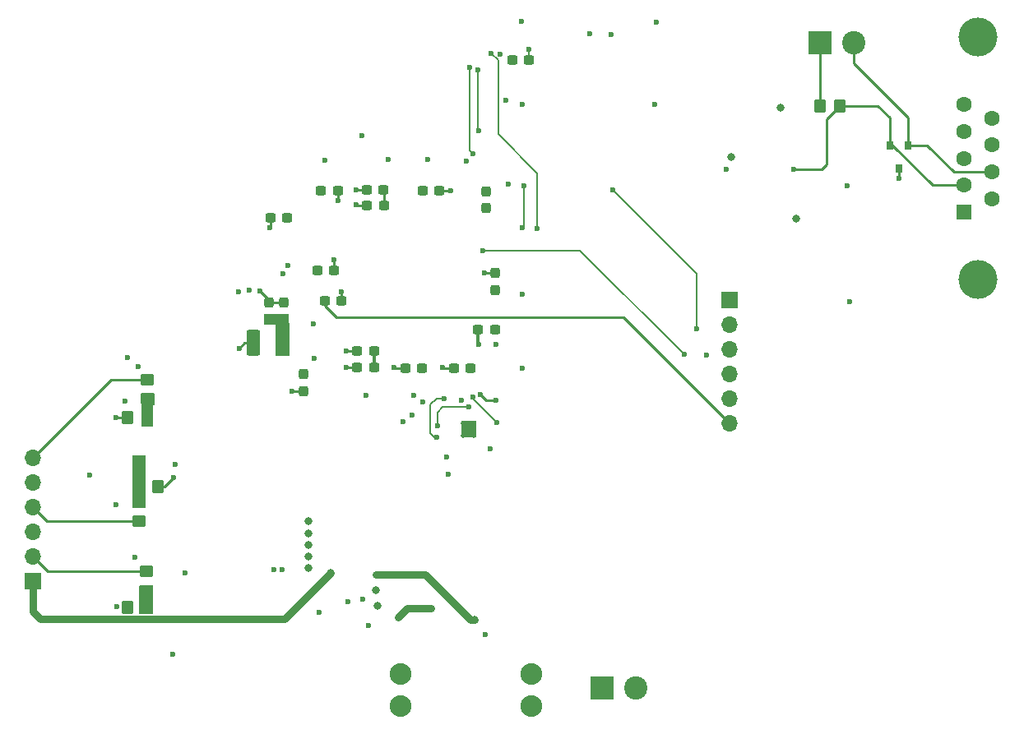
<source format=gbl>
G04 #@! TF.GenerationSoftware,KiCad,Pcbnew,(6.0.0-0)*
G04 #@! TF.CreationDate,2023-02-02T14:04:44-07:00*
G04 #@! TF.ProjectId,EVCU,45564355-2e6b-4696-9361-645f70636258,rev?*
G04 #@! TF.SameCoordinates,Original*
G04 #@! TF.FileFunction,Copper,L4,Bot*
G04 #@! TF.FilePolarity,Positive*
%FSLAX46Y46*%
G04 Gerber Fmt 4.6, Leading zero omitted, Abs format (unit mm)*
G04 Created by KiCad (PCBNEW (6.0.0-0)) date 2023-02-02 14:04:44*
%MOMM*%
%LPD*%
G01*
G04 APERTURE LIST*
G04 Aperture macros list*
%AMRoundRect*
0 Rectangle with rounded corners*
0 $1 Rounding radius*
0 $2 $3 $4 $5 $6 $7 $8 $9 X,Y pos of 4 corners*
0 Add a 4 corners polygon primitive as box body*
4,1,4,$2,$3,$4,$5,$6,$7,$8,$9,$2,$3,0*
0 Add four circle primitives for the rounded corners*
1,1,$1+$1,$2,$3*
1,1,$1+$1,$4,$5*
1,1,$1+$1,$6,$7*
1,1,$1+$1,$8,$9*
0 Add four rect primitives between the rounded corners*
20,1,$1+$1,$2,$3,$4,$5,0*
20,1,$1+$1,$4,$5,$6,$7,0*
20,1,$1+$1,$6,$7,$8,$9,0*
20,1,$1+$1,$8,$9,$2,$3,0*%
G04 Aperture macros list end*
G04 #@! TA.AperFunction,ComponentPad*
%ADD10C,0.500000*%
G04 #@! TD*
G04 #@! TA.AperFunction,SMDPad,CuDef*
%ADD11R,1.600000X1.750000*%
G04 #@! TD*
G04 #@! TA.AperFunction,ComponentPad*
%ADD12R,2.400000X2.400000*%
G04 #@! TD*
G04 #@! TA.AperFunction,ComponentPad*
%ADD13C,2.400000*%
G04 #@! TD*
G04 #@! TA.AperFunction,ComponentPad*
%ADD14C,2.235200*%
G04 #@! TD*
G04 #@! TA.AperFunction,ComponentPad*
%ADD15R,1.700000X1.700000*%
G04 #@! TD*
G04 #@! TA.AperFunction,ComponentPad*
%ADD16O,1.700000X1.700000*%
G04 #@! TD*
G04 #@! TA.AperFunction,ComponentPad*
%ADD17C,4.000000*%
G04 #@! TD*
G04 #@! TA.AperFunction,ComponentPad*
%ADD18R,1.600000X1.600000*%
G04 #@! TD*
G04 #@! TA.AperFunction,ComponentPad*
%ADD19C,1.600000*%
G04 #@! TD*
G04 #@! TA.AperFunction,SMDPad,CuDef*
%ADD20RoundRect,0.237500X-0.300000X-0.237500X0.300000X-0.237500X0.300000X0.237500X-0.300000X0.237500X0*%
G04 #@! TD*
G04 #@! TA.AperFunction,SMDPad,CuDef*
%ADD21RoundRect,0.250001X-0.462499X-1.074999X0.462499X-1.074999X0.462499X1.074999X-0.462499X1.074999X0*%
G04 #@! TD*
G04 #@! TA.AperFunction,SMDPad,CuDef*
%ADD22RoundRect,0.237500X0.237500X-0.300000X0.237500X0.300000X-0.237500X0.300000X-0.237500X-0.300000X0*%
G04 #@! TD*
G04 #@! TA.AperFunction,SMDPad,CuDef*
%ADD23RoundRect,0.237500X0.300000X0.237500X-0.300000X0.237500X-0.300000X-0.237500X0.300000X-0.237500X0*%
G04 #@! TD*
G04 #@! TA.AperFunction,SMDPad,CuDef*
%ADD24RoundRect,0.250000X0.450000X-0.350000X0.450000X0.350000X-0.450000X0.350000X-0.450000X-0.350000X0*%
G04 #@! TD*
G04 #@! TA.AperFunction,SMDPad,CuDef*
%ADD25RoundRect,0.250000X-0.450000X0.350000X-0.450000X-0.350000X0.450000X-0.350000X0.450000X0.350000X0*%
G04 #@! TD*
G04 #@! TA.AperFunction,SMDPad,CuDef*
%ADD26RoundRect,0.250000X-0.350000X-0.450000X0.350000X-0.450000X0.350000X0.450000X-0.350000X0.450000X0*%
G04 #@! TD*
G04 #@! TA.AperFunction,SMDPad,CuDef*
%ADD27RoundRect,0.237500X-0.237500X0.300000X-0.237500X-0.300000X0.237500X-0.300000X0.237500X0.300000X0*%
G04 #@! TD*
G04 #@! TA.AperFunction,SMDPad,CuDef*
%ADD28R,0.800000X0.900000*%
G04 #@! TD*
G04 #@! TA.AperFunction,SMDPad,CuDef*
%ADD29RoundRect,0.250000X0.350000X0.450000X-0.350000X0.450000X-0.350000X-0.450000X0.350000X-0.450000X0*%
G04 #@! TD*
G04 #@! TA.AperFunction,ViaPad*
%ADD30C,0.600000*%
G04 #@! TD*
G04 #@! TA.AperFunction,ViaPad*
%ADD31C,0.800000*%
G04 #@! TD*
G04 #@! TA.AperFunction,Conductor*
%ADD32C,0.250000*%
G04 #@! TD*
G04 #@! TA.AperFunction,Conductor*
%ADD33C,0.300000*%
G04 #@! TD*
G04 #@! TA.AperFunction,Conductor*
%ADD34C,0.200000*%
G04 #@! TD*
G04 #@! TA.AperFunction,Conductor*
%ADD35C,0.800000*%
G04 #@! TD*
G04 APERTURE END LIST*
D10*
X64253200Y-73898600D03*
X63153200Y-73898600D03*
X63153200Y-75148600D03*
X64253200Y-75148600D03*
D11*
X63703200Y-74523600D03*
D12*
X77425008Y-101176056D03*
D13*
X80925008Y-101176056D03*
D14*
X70132608Y-102993656D03*
X70132608Y-99691656D03*
X56670608Y-102993656D03*
X56670608Y-99691656D03*
D12*
X99862600Y-34738700D03*
D13*
X103362600Y-34738700D03*
D15*
X90551000Y-61188600D03*
D16*
X90551000Y-63728600D03*
X90551000Y-66268600D03*
X90551000Y-68808600D03*
X90551000Y-71348600D03*
X90551000Y-73888600D03*
D15*
X18837800Y-90170400D03*
D16*
X18837800Y-87630400D03*
X18837800Y-85090400D03*
X18837800Y-82550400D03*
X18837800Y-80010400D03*
X18837800Y-77470400D03*
D17*
X116162500Y-59116900D03*
X116162500Y-34116900D03*
D18*
X114742500Y-52156900D03*
D19*
X114742500Y-49386900D03*
X114742500Y-46616900D03*
X114742500Y-43846900D03*
X114742500Y-41076900D03*
X117582500Y-50771900D03*
X117582500Y-48001900D03*
X117582500Y-45231900D03*
X117582500Y-42461900D03*
D20*
X58954500Y-49961800D03*
X60679500Y-49961800D03*
D21*
X41565500Y-65608200D03*
X44540500Y-65608200D03*
D22*
X66471800Y-60171500D03*
X66471800Y-58446500D03*
D20*
X48515100Y-49987200D03*
X50240100Y-49987200D03*
D23*
X54989900Y-51460400D03*
X53264900Y-51460400D03*
X63905300Y-68199000D03*
X62180300Y-68199000D03*
D24*
X30673800Y-71408800D03*
X30673800Y-69408800D03*
D23*
X53973900Y-68173600D03*
X52248900Y-68173600D03*
D25*
X29784800Y-81981800D03*
X29784800Y-83981800D03*
D23*
X53973900Y-66497200D03*
X52248900Y-66497200D03*
X58901500Y-68199000D03*
X57176500Y-68199000D03*
D24*
X30521400Y-91170000D03*
X30521400Y-89170000D03*
D23*
X54964500Y-49885600D03*
X53239500Y-49885600D03*
X66419900Y-64287400D03*
X64694900Y-64287400D03*
D26*
X99904000Y-41190300D03*
X101904000Y-41190300D03*
D23*
X69950500Y-36449000D03*
X68225500Y-36449000D03*
D20*
X48159500Y-58166000D03*
X49884500Y-58166000D03*
D26*
X29724600Y-80441800D03*
X31724600Y-80441800D03*
D20*
X48921500Y-61315600D03*
X50646500Y-61315600D03*
D22*
X43154600Y-63169800D03*
X43154600Y-61444800D03*
D23*
X45058500Y-52705000D03*
X43333500Y-52705000D03*
D27*
X46685200Y-68860500D03*
X46685200Y-70585500D03*
D22*
X44729400Y-63169800D03*
X44729400Y-61444800D03*
D28*
X107066000Y-45248100D03*
X108966000Y-45248100D03*
X108016000Y-47648100D03*
D29*
X30632400Y-73329800D03*
X28632400Y-73329800D03*
D27*
X65532000Y-50038000D03*
X65532000Y-51763000D03*
D29*
X30581600Y-92862400D03*
X28581600Y-92862400D03*
D30*
X66471800Y-60171500D03*
D31*
X47244000Y-88823200D03*
D30*
X45058500Y-52705000D03*
X90220800Y-47777400D03*
D31*
X47244000Y-85223200D03*
D30*
X58901500Y-68199000D03*
X58954500Y-49961800D03*
X63905300Y-68199000D03*
X66979800Y-35890200D03*
X41173400Y-60223400D03*
X76222200Y-33782000D03*
D31*
X47244000Y-84023200D03*
D30*
X59029600Y-71678800D03*
X46685200Y-68860500D03*
D31*
X47244000Y-87623200D03*
D30*
X48159500Y-58166000D03*
X33274000Y-97713800D03*
X53973900Y-66497200D03*
X69265800Y-68225500D03*
X40106600Y-66167000D03*
X65532000Y-50038000D03*
X54989900Y-51460400D03*
X61468000Y-77393800D03*
X68225500Y-36449000D03*
X102717600Y-49453800D03*
X48515100Y-49987200D03*
X33477200Y-78181200D03*
X67818000Y-49276000D03*
D31*
X47244000Y-86423200D03*
D30*
X59486800Y-46736000D03*
X40055800Y-60325000D03*
X29708600Y-68072000D03*
X102920800Y-61366400D03*
X51130200Y-68173600D03*
X45135800Y-57658000D03*
X47752000Y-63703200D03*
X66548000Y-65786000D03*
D31*
X90720300Y-46473500D03*
D30*
X29353000Y-87706200D03*
X47802800Y-67233800D03*
X53409500Y-94695548D03*
X88239600Y-66852800D03*
D31*
X54210000Y-91112500D03*
D30*
X49860200Y-57099200D03*
X69265800Y-60629800D03*
X51260408Y-92274856D03*
X43653600Y-89018000D03*
X27473400Y-92786200D03*
X27448000Y-82270600D03*
X27448000Y-73304400D03*
X28311600Y-71602600D03*
D31*
X95844900Y-41361900D03*
D30*
X83031000Y-32570100D03*
X63017400Y-71526400D03*
X56032400Y-68173600D03*
X65433608Y-95703856D03*
X53162200Y-70993000D03*
X52146200Y-51409600D03*
X61874400Y-49936400D03*
D31*
X97449600Y-52848900D03*
D30*
X55448200Y-46761400D03*
D31*
X54311600Y-92713800D03*
D30*
X44535200Y-89018000D03*
X24704800Y-79273400D03*
X69162600Y-32519300D03*
X48339408Y-93341656D03*
X28565600Y-67157600D03*
X50241200Y-50952400D03*
X45542200Y-70612000D03*
X52171600Y-49860200D03*
X48945800Y-46786800D03*
X33315400Y-79527400D03*
X44602400Y-58521600D03*
X43256200Y-53771800D03*
X78422200Y-33823000D03*
X61010800Y-68173600D03*
X51130200Y-66497200D03*
X52842008Y-92019856D03*
X82904000Y-41053700D03*
X50647600Y-60325000D03*
X52755800Y-44246800D03*
X65913000Y-76555600D03*
X69951600Y-35407600D03*
X108011500Y-48677100D03*
X58089800Y-71018400D03*
X67564000Y-40665400D03*
X69264200Y-41079100D03*
X42240200Y-60274200D03*
X64770000Y-65786000D03*
X34560000Y-89331800D03*
X65379600Y-58420000D03*
X57937400Y-73075800D03*
X56997600Y-73736200D03*
X61620400Y-79146400D03*
X54210000Y-89488000D03*
D31*
X64297408Y-94128056D03*
X49501808Y-89337456D03*
D30*
X59848800Y-92967800D03*
X56445200Y-93907600D03*
X44526200Y-64592200D03*
X66419900Y-64287400D03*
X48921500Y-61315600D03*
X78536800Y-49885600D03*
X87187800Y-64151200D03*
X65201800Y-56108600D03*
X85887800Y-66811200D03*
X30902400Y-73253600D03*
X29632400Y-78232000D03*
X101904000Y-41190300D03*
X97206800Y-47743500D03*
X61188600Y-71348600D03*
X60426600Y-75336400D03*
X64135000Y-71221600D03*
X66598800Y-73863200D03*
X66502300Y-71551800D03*
X64924300Y-70967600D03*
X60502800Y-74142600D03*
X63747395Y-72233995D03*
X66065400Y-35788600D03*
X70764400Y-53848000D03*
X69392800Y-49479200D03*
X69240400Y-53721000D03*
X63855600Y-37211000D03*
X64185800Y-46101000D03*
X63477300Y-46863000D03*
X64693800Y-37467900D03*
X64712300Y-43789600D03*
X108966000Y-45248100D03*
X30800800Y-92887800D03*
D32*
X41565500Y-65608200D02*
X40665400Y-65608200D01*
D33*
X53973900Y-68173600D02*
X53973900Y-66497200D01*
D32*
X54989900Y-51460400D02*
X54989900Y-49911000D01*
X40665400Y-65608200D02*
X40106600Y-66167000D01*
X54989900Y-49911000D02*
X54964500Y-49885600D01*
X43154600Y-61444800D02*
X43154600Y-61188600D01*
X31724600Y-80441800D02*
X32401000Y-80441800D01*
X43154600Y-61188600D02*
X42240200Y-60274200D01*
X62180300Y-68199000D02*
X61036200Y-68199000D01*
X43333500Y-52705000D02*
X43333500Y-53694500D01*
X50240100Y-50951300D02*
X50241200Y-50952400D01*
X52248900Y-68173600D02*
X51130200Y-68173600D01*
X50646500Y-60326100D02*
X50647600Y-60325000D01*
X49884500Y-58166000D02*
X49884500Y-57123500D01*
X27473400Y-73329800D02*
X27448000Y-73304400D01*
X50240100Y-49987200D02*
X50240100Y-50951300D01*
X108016000Y-47648100D02*
X108016000Y-48672600D01*
X65406100Y-58446500D02*
X65379600Y-58420000D01*
D34*
X69950500Y-35408700D02*
X69951600Y-35407600D01*
D32*
X50646500Y-61315600D02*
X50646500Y-60326100D01*
X57176500Y-68199000D02*
X56057800Y-68199000D01*
X49884500Y-57123500D02*
X49860200Y-57099200D01*
X108016000Y-48672600D02*
X108011500Y-48677100D01*
X28632400Y-73329800D02*
X27473400Y-73329800D01*
X43333500Y-53694500D02*
X43256200Y-53771800D01*
X45568700Y-70585500D02*
X45542200Y-70612000D01*
X60679500Y-49961800D02*
X61849000Y-49961800D01*
D33*
X64694900Y-64287400D02*
X64694900Y-65710900D01*
D32*
X46685200Y-70585500D02*
X45568700Y-70585500D01*
X32401000Y-80441800D02*
X33315400Y-79527400D01*
X61036200Y-68199000D02*
X61010800Y-68173600D01*
D34*
X69950500Y-36449000D02*
X69950500Y-35408700D01*
D32*
X66471800Y-58446500D02*
X65406100Y-58446500D01*
X61849000Y-49961800D02*
X61874400Y-49936400D01*
X52248900Y-66497200D02*
X51130200Y-66497200D01*
X44729400Y-61444800D02*
X43154600Y-61444800D01*
X53264900Y-51460400D02*
X52197000Y-51460400D01*
X52197000Y-49885600D02*
X52171600Y-49860200D01*
X52197000Y-51460400D02*
X52146200Y-51409600D01*
D33*
X64694900Y-65710900D02*
X64770000Y-65786000D01*
D32*
X56057800Y-68199000D02*
X56032400Y-68173600D01*
X53239500Y-49885600D02*
X52197000Y-49885600D01*
D35*
X64297408Y-94128056D02*
X63930056Y-94128056D01*
X59290000Y-89488000D02*
X54210000Y-89488000D01*
X18837800Y-93259800D02*
X19666920Y-94088920D01*
X19666920Y-94088920D02*
X44750344Y-94088920D01*
X63930056Y-94128056D02*
X59290000Y-89488000D01*
X44750344Y-94088920D02*
X49501808Y-89337456D01*
X18837800Y-90170400D02*
X18837800Y-93259800D01*
X57385000Y-92967800D02*
X56445200Y-93907600D01*
X59848800Y-92967800D02*
X57385000Y-92967800D01*
D32*
X79629000Y-62966600D02*
X90551000Y-73888600D01*
X48921500Y-61799300D02*
X50088800Y-62966600D01*
X50088800Y-62966600D02*
X79629000Y-62966600D01*
X48921500Y-61315600D02*
X48921500Y-61799300D01*
D34*
X78536800Y-49885600D02*
X87187800Y-58536600D01*
X87187800Y-58536600D02*
X87187800Y-64151200D01*
X65201800Y-56108600D02*
X75185200Y-56108600D01*
X75185200Y-56108600D02*
X85887800Y-66811200D01*
D32*
X18837800Y-77470400D02*
X26899400Y-69408800D01*
X26899400Y-69408800D02*
X30673800Y-69408800D01*
X20269200Y-83981800D02*
X29784800Y-83981800D01*
X18837800Y-82550400D02*
X20269200Y-83981800D01*
X100548400Y-47235500D02*
X100040400Y-47743500D01*
X111489900Y-49386900D02*
X107351100Y-45248100D01*
X107066000Y-42448400D02*
X105801700Y-41184100D01*
X100548400Y-42545900D02*
X100548400Y-47235500D01*
X107351100Y-45248100D02*
X107066000Y-45248100D01*
X107066000Y-45248100D02*
X107066000Y-42448400D01*
X101904000Y-41190300D02*
X100548400Y-42545900D01*
X114742500Y-49386900D02*
X111489900Y-49386900D01*
X100040400Y-47743500D02*
X97206800Y-47743500D01*
X105801700Y-41184100D02*
X101910200Y-41184100D01*
X101910200Y-41184100D02*
X101904000Y-41190300D01*
D34*
X60172600Y-75336400D02*
X59766200Y-74930000D01*
X60426600Y-75336400D02*
X60172600Y-75336400D01*
X59766200Y-74930000D02*
X59766200Y-71983600D01*
X59766200Y-71983600D02*
X60401200Y-71348600D01*
X60401200Y-71348600D02*
X61188600Y-71348600D01*
X66598800Y-73863200D02*
X64135000Y-71399400D01*
X64135000Y-71399400D02*
X64135000Y-71221600D01*
D32*
X65508500Y-71551800D02*
X64924300Y-70967600D01*
X66502300Y-71551800D02*
X65508500Y-71551800D01*
D34*
X61065205Y-72233995D02*
X63747395Y-72233995D01*
X60502800Y-72796400D02*
X61065205Y-72233995D01*
X60502800Y-74142600D02*
X60502800Y-72796400D01*
X70764400Y-48133000D02*
X66776600Y-44145200D01*
X66776600Y-36499800D02*
X66065400Y-35788600D01*
X70764400Y-53848000D02*
X70764400Y-48133000D01*
X66776600Y-44145200D02*
X66776600Y-36499800D01*
X69392800Y-49479200D02*
X69392800Y-53568600D01*
X69392800Y-53568600D02*
X69240400Y-53721000D01*
D32*
X20377400Y-89170000D02*
X30521400Y-89170000D01*
X18837800Y-87630400D02*
X20377400Y-89170000D01*
D34*
X63855600Y-45770800D02*
X64185800Y-46101000D01*
X63855600Y-37211000D02*
X63855600Y-45770800D01*
X64693800Y-37467900D02*
X64693800Y-43771100D01*
X64693800Y-43771100D02*
X64712300Y-43789600D01*
X63477300Y-46863000D02*
X63474600Y-46860300D01*
D32*
X117582500Y-48001900D02*
X113660900Y-48001900D01*
X103362600Y-36814600D02*
X103362600Y-34738700D01*
X113660900Y-48001900D02*
X110907100Y-45248100D01*
X110907100Y-45248100D02*
X108966000Y-45248100D01*
X108966000Y-45248100D02*
X108966000Y-42418000D01*
X108966000Y-42418000D02*
X103362600Y-36814600D01*
X99862600Y-41148900D02*
X99862600Y-34738700D01*
X99904000Y-41190300D02*
X99862600Y-41148900D01*
G04 #@! TA.AperFunction,Conductor*
G36*
X31327121Y-70809802D02*
G01*
X31373614Y-70863458D01*
X31385000Y-70915800D01*
X31385000Y-71937660D01*
X31364998Y-72005781D01*
X31323828Y-72045703D01*
X31258000Y-72085200D01*
X31258000Y-74092800D01*
X31237998Y-74160921D01*
X31184342Y-74207414D01*
X31132000Y-74218800D01*
X30139400Y-74218800D01*
X30071279Y-74198798D01*
X30024786Y-74145142D01*
X30013400Y-74092800D01*
X30013400Y-71958200D01*
X29945223Y-71776394D01*
X29937200Y-71732153D01*
X29937200Y-70915800D01*
X29957202Y-70847679D01*
X30010858Y-70801186D01*
X30063200Y-70789800D01*
X31259000Y-70789800D01*
X31327121Y-70809802D01*
G37*
G04 #@! TD.AperFunction*
G04 #@! TA.AperFunction,Conductor*
G36*
X45157772Y-62631002D02*
G01*
X45204265Y-62684658D01*
X45215597Y-62733296D01*
X45262746Y-64336364D01*
X45262800Y-64340068D01*
X45262800Y-66828400D01*
X45242798Y-66896521D01*
X45189142Y-66943014D01*
X45136800Y-66954400D01*
X43941000Y-66954400D01*
X43872879Y-66934398D01*
X43826386Y-66880742D01*
X43815000Y-66828400D01*
X43815000Y-63728600D01*
X42798000Y-63728600D01*
X42729879Y-63708598D01*
X42683386Y-63654942D01*
X42672000Y-63602600D01*
X42672000Y-62737000D01*
X42692002Y-62668879D01*
X42745658Y-62622386D01*
X42798000Y-62611000D01*
X45089651Y-62611000D01*
X45157772Y-62631002D01*
G37*
G04 #@! TD.AperFunction*
G04 #@! TA.AperFunction,Conductor*
G36*
X31174721Y-90571002D02*
G01*
X31221214Y-90624658D01*
X31232600Y-90677000D01*
X31232600Y-93435420D01*
X31212598Y-93503541D01*
X31158942Y-93550034D01*
X31106600Y-93561420D01*
X29936200Y-93561420D01*
X29868079Y-93541418D01*
X29821586Y-93487762D01*
X29810200Y-93435420D01*
X29810200Y-90677000D01*
X29830202Y-90608879D01*
X29883858Y-90562386D01*
X29936200Y-90551000D01*
X31106600Y-90551000D01*
X31174721Y-90571002D01*
G37*
G04 #@! TD.AperFunction*
G04 #@! TA.AperFunction,Conductor*
G36*
X30438121Y-77210602D02*
G01*
X30484614Y-77264258D01*
X30496000Y-77316600D01*
X30496000Y-82474800D01*
X30475998Y-82542921D01*
X30422342Y-82589414D01*
X30370000Y-82600800D01*
X29199600Y-82600800D01*
X29131479Y-82580798D01*
X29084986Y-82527142D01*
X29073600Y-82474800D01*
X29073600Y-77316600D01*
X29093602Y-77248479D01*
X29147258Y-77201986D01*
X29199600Y-77190600D01*
X30370000Y-77190600D01*
X30438121Y-77210602D01*
G37*
G04 #@! TD.AperFunction*
M02*

</source>
